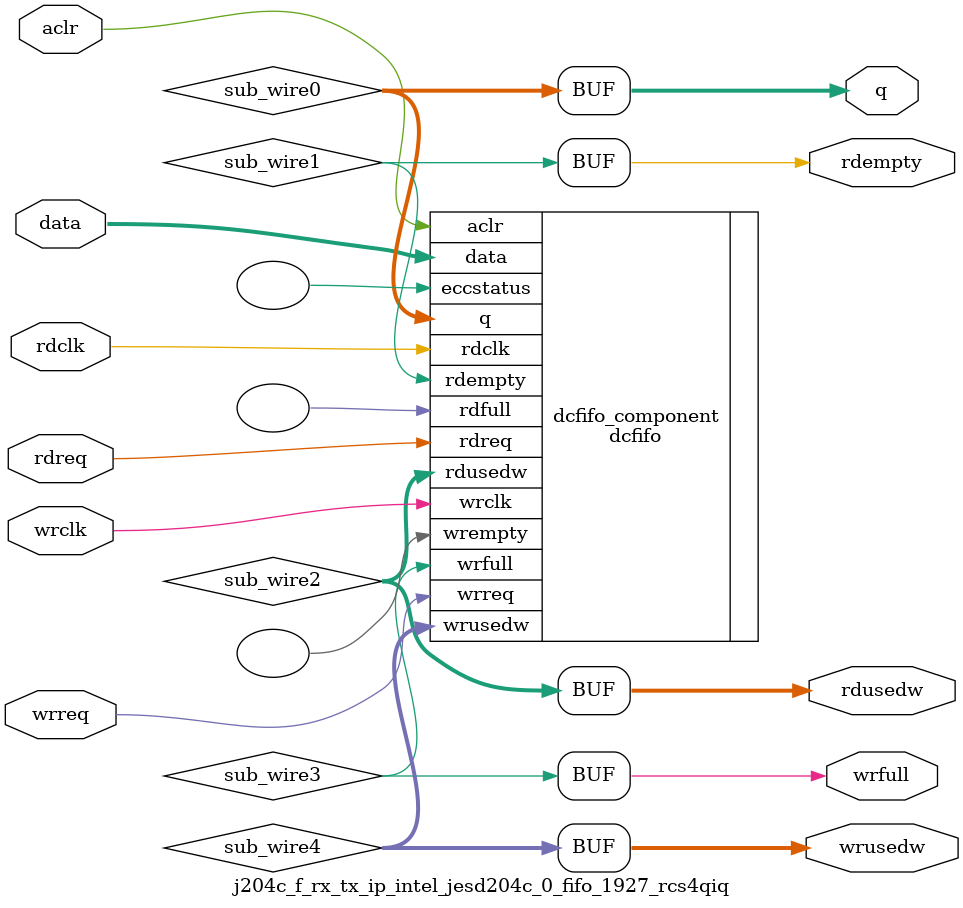
<source format=v>



`timescale 1 ps / 1 ps
// synopsys translate_on
module  j204c_f_rx_tx_ip_intel_jesd204c_0_fifo_1927_rcs4qiq  (
    aclr,
    data,
    rdclk,
    rdreq,
    wrclk,
    wrreq,
    q,
    rdempty,
    rdusedw,
    wrfull,
    wrusedw);

    input    aclr;
    input  [131:0]  data;
    input    rdclk;
    input    rdreq;
    input    wrclk;
    input    wrreq;
    output [131:0]  q;
    output   rdempty;
    output [2:0]  rdusedw;
    output   wrfull;
    output [2:0]  wrusedw;
`ifndef ALTERA_RESERVED_QIS
// synopsys translate_off
`endif
    tri0     aclr;
`ifndef ALTERA_RESERVED_QIS
// synopsys translate_on
`endif

    wire [131:0] sub_wire0;
    wire  sub_wire1;
    wire [2:0] sub_wire2;
    wire  sub_wire3;
    wire [2:0] sub_wire4;
    wire [131:0] q = sub_wire0[131:0];
    wire  rdempty = sub_wire1;
    wire [2:0] rdusedw = sub_wire2[2:0];
    wire  wrfull = sub_wire3;
    wire [2:0] wrusedw = sub_wire4[2:0];

    dcfifo  dcfifo_component (
                .aclr (aclr),
                .data (data),
                .rdclk (rdclk),
                .rdreq (rdreq),
                .wrclk (wrclk),
                .wrreq (wrreq),
                .q (sub_wire0),
                .rdempty (sub_wire1),
                .rdusedw (sub_wire2),
                .wrfull (sub_wire3),
                .wrusedw (sub_wire4),
                .eccstatus (),
                .rdfull (),
                .wrempty ());
    defparam
        dcfifo_component.enable_ecc  = "FALSE",
        dcfifo_component.intended_device_family  = "Agilex 7",
        dcfifo_component.lpm_hint  = "RAM_BLOCK_TYPE=MLAB,DISABLE_DCFIFO_EMBEDDED_TIMING_CONSTRAINT=TRUE",
        dcfifo_component.lpm_numwords  = 8,
        dcfifo_component.lpm_showahead  = "OFF",
        dcfifo_component.lpm_type  = "dcfifo",
        dcfifo_component.lpm_width  = 132,
        dcfifo_component.lpm_widthu  = 3,
        dcfifo_component.overflow_checking  = "ON",
        dcfifo_component.rdsync_delaypipe  = 4,
        dcfifo_component.read_aclr_synch  = "ON",
        dcfifo_component.underflow_checking  = "ON",
        dcfifo_component.use_eab  = "ON",
        dcfifo_component.write_aclr_synch  = "ON",
        dcfifo_component.wrsync_delaypipe  = 4;


endmodule



</source>
